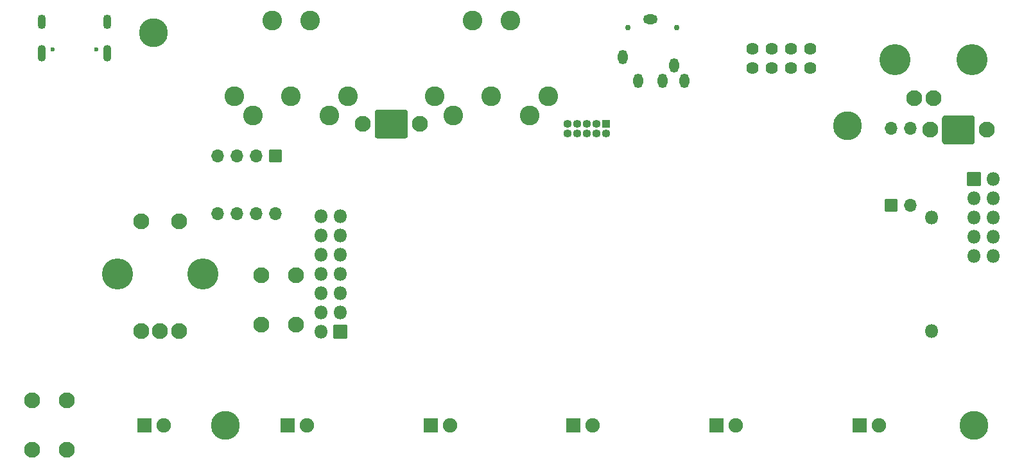
<source format=gbr>
%TF.GenerationSoftware,KiCad,Pcbnew,(6.0.6-0)*%
%TF.CreationDate,2022-08-05T12:00:24-07:00*%
%TF.ProjectId,Tesla Coil MIDI Synth,5465736c-6120-4436-9f69-6c204d494449,1*%
%TF.SameCoordinates,Original*%
%TF.FileFunction,Soldermask,Bot*%
%TF.FilePolarity,Negative*%
%FSLAX46Y46*%
G04 Gerber Fmt 4.6, Leading zero omitted, Abs format (unit mm)*
G04 Created by KiCad (PCBNEW (6.0.6-0)) date 2022-08-05 12:00:24*
%MOMM*%
%LPD*%
G01*
G04 APERTURE LIST*
G04 Aperture macros list*
%AMRoundRect*
0 Rectangle with rounded corners*
0 $1 Rounding radius*
0 $2 $3 $4 $5 $6 $7 $8 $9 X,Y pos of 4 corners*
0 Add a 4 corners polygon primitive as box body*
4,1,4,$2,$3,$4,$5,$6,$7,$8,$9,$2,$3,0*
0 Add four circle primitives for the rounded corners*
1,1,$1+$1,$2,$3*
1,1,$1+$1,$4,$5*
1,1,$1+$1,$6,$7*
1,1,$1+$1,$8,$9*
0 Add four rect primitives between the rounded corners*
20,1,$1+$1,$2,$3,$4,$5,0*
20,1,$1+$1,$4,$5,$6,$7,0*
20,1,$1+$1,$6,$7,$8,$9,0*
20,1,$1+$1,$8,$9,$2,$3,0*%
G04 Aperture macros list end*
%ADD10C,2.600000*%
%ADD11RoundRect,0.050000X-0.900000X-0.900000X0.900000X-0.900000X0.900000X0.900000X-0.900000X0.900000X0*%
%ADD12C,1.900000*%
%ADD13C,4.100000*%
%ADD14C,2.100000*%
%ADD15C,3.800000*%
%ADD16C,1.624000*%
%ADD17RoundRect,0.050000X0.800000X-0.800000X0.800000X0.800000X-0.800000X0.800000X-0.800000X-0.800000X0*%
%ADD18O,1.700000X1.700000*%
%ADD19RoundRect,0.050000X0.850000X0.850000X-0.850000X0.850000X-0.850000X-0.850000X0.850000X-0.850000X0*%
%ADD20O,1.800000X1.800000*%
%ADD21RoundRect,0.050000X-0.850000X-0.850000X0.850000X-0.850000X0.850000X0.850000X-0.850000X0.850000X0*%
%ADD22RoundRect,0.050000X-0.800000X0.800000X-0.800000X-0.800000X0.800000X-0.800000X0.800000X0.800000X0*%
%ADD23C,0.600000*%
%ADD24O,1.100000X1.900000*%
%ADD25O,1.100000X2.200000*%
%ADD26RoundRect,0.050000X-0.500000X0.500000X-0.500000X-0.500000X0.500000X-0.500000X0.500000X0.500000X0*%
%ADD27O,1.100000X1.100000*%
%ADD28C,0.750000*%
%ADD29O,1.300000X1.900000*%
%ADD30O,1.900000X1.300000*%
G04 APERTURE END LIST*
%TO.C,SG1*%
G36*
X147126014Y-35054089D02*
G01*
X147240166Y-35091179D01*
X147337270Y-35161730D01*
X147407821Y-35258834D01*
X147444911Y-35372986D01*
X147447000Y-35433000D01*
X147447000Y-38481000D01*
X147444911Y-38541014D01*
X147407821Y-38655166D01*
X147337270Y-38752270D01*
X147240166Y-38822821D01*
X147126014Y-38859911D01*
X147066000Y-38862000D01*
X143510000Y-38862000D01*
X143450027Y-38859655D01*
X143335952Y-38822589D01*
X143238913Y-38752087D01*
X143168411Y-38655048D01*
X143131345Y-38540973D01*
X143129000Y-38481000D01*
X143129000Y-35433000D01*
X143131345Y-35373027D01*
X143168411Y-35258952D01*
X143238913Y-35161913D01*
X143335952Y-35091411D01*
X143450027Y-35054345D01*
X143510000Y-35052000D01*
X147066000Y-35052000D01*
X147126014Y-35054089D01*
G37*
%TO.C,SG2*%
G36*
X72322973Y-34292345D02*
G01*
X72437048Y-34329411D01*
X72534087Y-34399913D01*
X72604589Y-34496952D01*
X72641655Y-34611027D01*
X72644000Y-34671000D01*
X72644000Y-37719000D01*
X72641655Y-37778973D01*
X72604589Y-37893048D01*
X72534087Y-37990087D01*
X72437048Y-38060589D01*
X72322973Y-38097655D01*
X72263000Y-38100000D01*
X68707000Y-38100000D01*
X68646986Y-38097911D01*
X68532834Y-38060821D01*
X68435730Y-37990270D01*
X68365179Y-37893166D01*
X68328089Y-37779014D01*
X68326000Y-37719000D01*
X68326000Y-34671000D01*
X68328089Y-34610986D01*
X68365179Y-34496834D01*
X68435730Y-34399730D01*
X68532834Y-34329179D01*
X68646986Y-34292089D01*
X68707000Y-34290000D01*
X72263000Y-34290000D01*
X72322973Y-34292345D01*
G37*
%TO.C,SG1*%
G36*
X147126014Y-35054089D02*
G01*
X147240166Y-35091179D01*
X147337270Y-35161730D01*
X147407821Y-35258834D01*
X147444911Y-35372986D01*
X147447000Y-35433000D01*
X147447000Y-38481000D01*
X147444911Y-38541014D01*
X147407821Y-38655166D01*
X147337270Y-38752270D01*
X147240166Y-38822821D01*
X147126014Y-38859911D01*
X147066000Y-38862000D01*
X143510000Y-38862000D01*
X143450027Y-38859655D01*
X143335952Y-38822589D01*
X143238913Y-38752087D01*
X143168411Y-38655048D01*
X143131345Y-38540973D01*
X143129000Y-38481000D01*
X143129000Y-35433000D01*
X143131345Y-35373027D01*
X143168411Y-35258952D01*
X143238913Y-35161913D01*
X143335952Y-35091411D01*
X143450027Y-35054345D01*
X143510000Y-35052000D01*
X147066000Y-35052000D01*
X147126014Y-35054089D01*
G37*
%TO.C,SG2*%
G36*
X72322973Y-34292345D02*
G01*
X72437048Y-34329411D01*
X72534087Y-34399913D01*
X72604589Y-34496952D01*
X72641655Y-34611027D01*
X72644000Y-34671000D01*
X72644000Y-37719000D01*
X72641655Y-37778973D01*
X72604589Y-37893048D01*
X72534087Y-37990087D01*
X72437048Y-38060589D01*
X72322973Y-38097655D01*
X72263000Y-38100000D01*
X68707000Y-38100000D01*
X68646986Y-38097911D01*
X68532834Y-38060821D01*
X68435730Y-37990270D01*
X68365179Y-37893166D01*
X68328089Y-37779014D01*
X68326000Y-37719000D01*
X68326000Y-34671000D01*
X68328089Y-34610986D01*
X68365179Y-34496834D01*
X68435730Y-34399730D01*
X68532834Y-34329179D01*
X68646986Y-34292089D01*
X68707000Y-34290000D01*
X72263000Y-34290000D01*
X72322973Y-34292345D01*
G37*
%TD*%
D10*
%TO.C,J7*%
X59777000Y-22559000D03*
X54777000Y-22559000D03*
X49777000Y-32559000D03*
X57277000Y-32559000D03*
X64777000Y-32559000D03*
X52277000Y-35059000D03*
X62277000Y-35059000D03*
%TD*%
D11*
%TO.C,D2*%
X37918571Y-75946000D03*
D12*
X40458571Y-75946000D03*
%TD*%
D13*
%TO.C,SW3*%
X34405000Y-56007000D03*
X45605000Y-56007000D03*
D14*
X37505000Y-63507000D03*
X42505000Y-63507000D03*
X40005000Y-63507000D03*
X37505000Y-49007000D03*
X42505000Y-49007000D03*
%TD*%
D11*
%TO.C,D6*%
X113392857Y-75946000D03*
D12*
X115932857Y-75946000D03*
%TD*%
D15*
%TO.C,REF\u002A\u002A*%
X48641000Y-75946000D03*
%TD*%
D14*
%TO.C,SW1*%
X23150000Y-72696000D03*
X23150000Y-79196000D03*
X27650000Y-79196000D03*
X27650000Y-72696000D03*
%TD*%
%TO.C,C23*%
X141538000Y-36957000D03*
X149038000Y-36957000D03*
%TD*%
D16*
%TO.C,U4*%
X118110000Y-28829000D03*
X120650000Y-28829000D03*
X123190000Y-28829000D03*
X125730000Y-28829000D03*
X125730000Y-26289000D03*
X123190000Y-26289000D03*
X120650000Y-26289000D03*
X118110000Y-26289000D03*
%TD*%
D11*
%TO.C,D4*%
X75655714Y-75946000D03*
D12*
X78195714Y-75946000D03*
%TD*%
D17*
%TO.C,U3*%
X136393000Y-46883000D03*
D18*
X138933000Y-46883000D03*
X138933000Y-36723000D03*
X136393000Y-36723000D03*
%TD*%
D19*
%TO.C,U7*%
X63775000Y-63627000D03*
D20*
X61235000Y-63627000D03*
X63775000Y-61087000D03*
X61235000Y-61087000D03*
X63775000Y-58547000D03*
X61235000Y-58547000D03*
X63775000Y-56007000D03*
X61235000Y-56007000D03*
X63775000Y-53467000D03*
X61235000Y-53467000D03*
X63775000Y-50927000D03*
X61235000Y-50927000D03*
X63775000Y-48387000D03*
X61235000Y-48387000D03*
X141735000Y-48507000D03*
X141735000Y-63507000D03*
%TD*%
D21*
%TO.C,J3*%
X147315000Y-43439000D03*
D20*
X149855000Y-43439000D03*
X147315000Y-45979000D03*
X149855000Y-45979000D03*
X147315000Y-48519000D03*
X149855000Y-48519000D03*
X147315000Y-51059000D03*
X149855000Y-51059000D03*
X147315000Y-53599000D03*
X149855000Y-53599000D03*
%TD*%
D15*
%TO.C,REF\u002A\u002A*%
X147320000Y-75946000D03*
%TD*%
D22*
%TO.C,U6*%
X55235000Y-40396000D03*
D18*
X52695000Y-40396000D03*
X50155000Y-40396000D03*
X47615000Y-40396000D03*
X47615000Y-48016000D03*
X50155000Y-48016000D03*
X52695000Y-48016000D03*
X55235000Y-48016000D03*
%TD*%
D13*
%TO.C,J5*%
X147066000Y-27686000D03*
X136906000Y-27686000D03*
D14*
X141986000Y-32766000D03*
X139446000Y-32766000D03*
%TD*%
D15*
%TO.C,REF\u002A\u002A*%
X130683000Y-36449000D03*
%TD*%
D11*
%TO.C,D3*%
X56787143Y-75946000D03*
D12*
X59327143Y-75946000D03*
%TD*%
D23*
%TO.C,J1*%
X31618500Y-26357000D03*
X25838500Y-26357000D03*
D24*
X33048500Y-22677000D03*
X24408500Y-22677000D03*
D25*
X33048500Y-26857000D03*
X24408500Y-26857000D03*
%TD*%
D14*
%TO.C,C19*%
X74235000Y-36195000D03*
X66735000Y-36195000D03*
%TD*%
D26*
%TO.C,J2*%
X98816000Y-36205000D03*
D27*
X98816000Y-37475000D03*
X97546000Y-36205000D03*
X97546000Y-37475000D03*
X96276000Y-36205000D03*
X96276000Y-37475000D03*
X95006000Y-36205000D03*
X95006000Y-37475000D03*
X93736000Y-36205000D03*
X93736000Y-37475000D03*
%TD*%
D28*
%TO.C,J4*%
X101648000Y-23495000D03*
X108148000Y-23495000D03*
D29*
X106248000Y-30495000D03*
X109148000Y-30495000D03*
X107748000Y-28495000D03*
D30*
X104648000Y-22395000D03*
D29*
X101048000Y-27395000D03*
X103048000Y-30495000D03*
%TD*%
D10*
%TO.C,J6*%
X86193000Y-22559000D03*
X81193000Y-22559000D03*
X76193000Y-32559000D03*
X83693000Y-32559000D03*
X91193000Y-32559000D03*
X78693000Y-35059000D03*
X88693000Y-35059000D03*
%TD*%
D15*
%TO.C,REF\u002A\u002A*%
X39116000Y-24130000D03*
%TD*%
D11*
%TO.C,D7*%
X132261429Y-75946000D03*
D12*
X134801429Y-75946000D03*
%TD*%
D11*
%TO.C,D5*%
X94524286Y-75946000D03*
D12*
X97064286Y-75946000D03*
%TD*%
D14*
%TO.C,SW2*%
X53376000Y-56186000D03*
X53376000Y-62686000D03*
X57876000Y-56186000D03*
X57876000Y-62686000D03*
%TD*%
M02*

</source>
